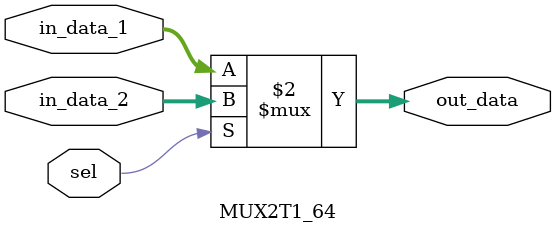
<source format=v>
`timescale 1ns / 1ps

module MUX2T1_64(
    input [63:0] in_data_1,
    input [63:0] in_data_2,
    input sel,
    output [63:0] out_data
);
    assign out_data = (sel == 0) ? in_data_1 : in_data_2;

endmodule
</source>
